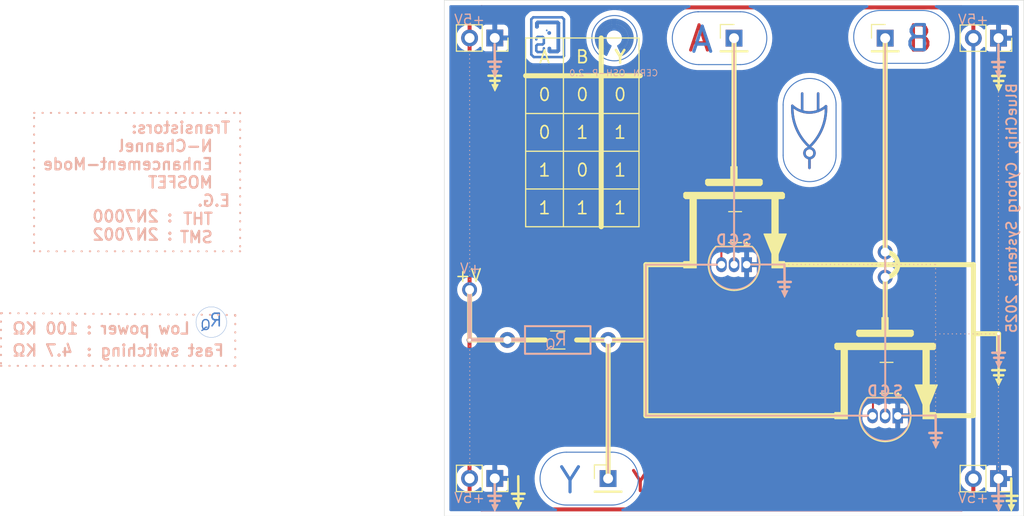
<source format=kicad_pcb>
(kicad_pcb (version 20241229) (generator "pcbnew") (generator_version "9.0")
  (layers (0 "F.Cu" signal) (2 "B.Cu" signal) (13 "F.Paste" user) (15 "B.Paste" user) (5 "F.SilkS" user "F.Silkscreen") (7 "B.SilkS" user "B.Silkscreen") (1 "F.Mask" user) (3 "B.Mask" user) (25 "Edge.Cuts" user))
  (net 0 "")
  (net 1 "Net-(A1-Pin_1)")
  (net 2 "Net-(B1-Pin_1)")
  (net 3 "GNDREF")
  (net 4 "VDD")
  (net 5 "Net-(Q13-D)")
  (footprint "Connector_PinHeader_2.54mm:PinHeader_1x01_P2.54mm_Vertical" (layer "F.Cu") (at 246.041202 103.6)
    (property "Reference" "B1" (hide yes))
    (property "Value" "Conn_01x01_Pin" (hide yes))
    (fp_line (start -1.38 -1.38) (end 0 -1.38) (stroke (width 0.12)) (layer "F.SilkS"))
    (fp_line (start -1.38 0) (end -1.38 -1.38) (stroke (width 0.12)) (layer "F.SilkS"))
    (fp_line (start -1.38 1.27) (end -1.38 1.38) (stroke (width 0.12)) (layer "F.SilkS"))
    (fp_line (start -1.38 1.27) (end 1.38 1.27) (stroke (width 0.12)) (layer "F.SilkS"))
    (fp_line (start -1.38 1.38) (end 1.38 1.38) (stroke (width 0.12)) (layer "F.SilkS"))
    (fp_line (start 1.38 1.27) (end 1.38 1.38) (stroke (width 0.12)) (layer "F.SilkS"))
    (pad "1" thru_hole rect (at 0 0) (size 1.7 1.7) (drill 1) (layers "*.Cu" "*.Mask") (net 2 "Net-(B1-Pin_1)"))
  )
  (footprint "Connector_PinHeader_2.54mm:PinHeader_1x01_P2.54mm_Vertical" (layer "F.Cu") (at 230.801202 103.6)
    (property "Reference" "A1" (hide yes))
    (property "Value" "Conn_01x01_Pin" (hide yes))
    (fp_line (start -1.38 -1.38) (end 0 -1.38) (stroke (width 0.12)) (layer "F.SilkS"))
    (fp_line (start -1.38 0) (end -1.38 -1.38) (stroke (width 0.12)) (layer "F.SilkS"))
    (fp_line (start -1.38 1.27) (end -1.38 1.38) (stroke (width 0.12)) (layer "F.SilkS"))
    (fp_line (start -1.38 1.27) (end 1.38 1.27) (stroke (width 0.12)) (layer "F.SilkS"))
    (fp_line (start -1.38 1.38) (end 1.38 1.38) (stroke (width 0.12)) (layer "F.SilkS"))
    (fp_line (start 1.38 1.27) (end 1.38 1.38) (stroke (width 0.12)) (layer "F.SilkS"))
    (pad "1" thru_hole rect (at 0 0) (size 1.7 1.7) (drill 1) (layers "*.Cu" "*.Mask") (net 1 "Net-(A1-Pin_1)"))
  )
  (footprint "Package_TO_SOT_THT:TO-92_Inline" (layer "F.Cu") (at 232.071202 126.46 180)
    (property "Reference" "Q3" (hide yes))
    (property "Value" "2N7000" (hide yes))
    (fp_line (start -0.53 1.85) (end 3.07 1.85) (stroke (width 0.12)) (layer "F.SilkS"))
    (fp_arc (start 1.27 -2.6) (mid 3.672087 -0.994977) (end 3.108478 1.838478) (stroke (width 0.12)) (layer "F.SilkS"))
    (fp_arc (start -0.568478 1.838478) (mid -1.132087 -0.994977) (end 1.27 -2.6) (stroke (width 0.12)) (layer "F.SilkS"))
    (pad "1" thru_hole rect (at 0 0 180) (size 1.05 1.5) (drill 0.75) (layers "*.Cu" "*.Mask") (net 3 "GNDREF"))
    (pad "2" thru_hole oval (at 1.27 0 180) (size 1.05 1.5) (drill 0.75) (layers "*.Cu" "*.Mask") (net 1 "Net-(A1-Pin_1)"))
    (pad "3" thru_hole oval (at 2.54 0 180) (size 1.05 1.5) (drill 0.75) (layers "*.Cu" "*.Mask") (net 5 "Net-(Q13-D)"))
  )
  (footprint "Connector_PinSocket_2.54mm:PinSocket_1x02_P2.54mm_Vertical" (layer "F.Cu") (at 206.67665 103.582027 -90)
    (property "Reference" "J1" (hide yes))
    (property "Value" "Conn_01x02_Pin" (hide yes))
    (fp_line (start -1.33 3.87) (end 1.33 3.87) (stroke (width 0.12)) (layer "F.SilkS"))
    (fp_line (start -1.33 1.270001) (end -1.33 3.87) (stroke (width 0.12)) (layer "F.SilkS"))
    (fp_line (start -1.33 1.270001) (end 1.33 1.270001) (stroke (width 0.12)) (layer "F.SilkS"))
    (fp_line (start 1.33 1.270001) (end 1.33 3.87) (stroke (width 0.12)) (layer "F.SilkS"))
    (fp_line (start 0 -1.33) (end 1.33 -1.33) (stroke (width 0.12)) (layer "F.SilkS"))
    (fp_line (start 1.33 -1.33) (end 1.33 0) (stroke (width 0.12)) (layer "F.SilkS"))
    (pad "1" thru_hole rect (at 0 0 270) (size 1.7 1.7) (drill 1) (layers "*.Cu" "*.Mask") (net 3 "GNDREF"))
    (pad "2" thru_hole circle (at 0 2.54 270) (size 1.7 1.7) (drill 1) (layers "*.Cu" "*.Mask") (net 4 "VDD"))
  )
  (footprint "Resistor_THT:R_Axial_DIN0207_L6.3mm_D2.5mm_P10.16mm_Horizontal" (layer "F.Cu") (at 207.94665 134.062027)
    (property "Reference" "R5" (hide yes))
    (property "Value" "R" (hide yes))
    (fp_line (start 1.04 0) (end 1.81 0) (stroke (width 0.12)) (layer "F.SilkS"))
    (fp_line (start 1.81 -1.37) (end 1.81 1.37) (stroke (width 0.12)) (layer "F.SilkS"))
    (fp_line (start 1.81 1.37) (end 8.35 1.37) (stroke (width 0.12)) (layer "F.SilkS"))
    (fp_line (start 8.35 -1.37) (end 1.81 -1.37) (stroke (width 0.12)) (layer "F.SilkS"))
    (fp_line (start 8.35 1.37) (end 8.35 -1.37) (stroke (width 0.12)) (layer "F.SilkS"))
    (fp_line (start 9.12 0) (end 8.35 0) (stroke (width 0.12)) (layer "F.SilkS"))
    (pad "1" thru_hole circle (at 0 0) (size 1.6 1.6) (drill 0.8) (layers "*.Cu" "*.Mask") (net 4 "VDD"))
    (pad "2" thru_hole oval (at 10.16 0) (size 1.6 1.6) (drill 0.8) (layers "*.Cu" "*.Mask") (net 5 "Net-(Q13-D)"))
  )
  (footprint "Package_TO_SOT_SMD:SOT-23" (layer "F.Cu") (at 246.177944 137.879681 180)
    (property "Reference" "Q14" (hide yes))
    (property "Value" "2N7000" (hide yes))
    (fp_line (start 0 1.56) (end 0.65 1.56) (stroke (width 0.12)) (layer "F.SilkS"))
    (fp_line (start 0 1.56) (end -0.65 1.56) (stroke (width 0.12)) (layer "F.SilkS"))
    (fp_line (start 0 -1.56) (end 0.65 -1.56) (stroke (width 0.12)) (layer "F.SilkS"))
    (fp_line (start 0 -1.56) (end -0.65 -1.56) (stroke (width 0.12)) (layer "F.SilkS"))
    (fp_poly (pts (xy -1.1625 -1.51) (xy -1.4025 -1.84) (xy -0.9225 -1.84)) (stroke (width 0.12)) (fill yes) (layer "F.SilkS"))
    (pad "1" smd roundrect (at -0.9375 -0.95 180) (size 1.475 0.6) (layers "F.Cu" "F.Mask" "F.Paste") (net 3 "GNDREF"))
    (pad "2" smd roundrect (at -0.9375 0.95 180) (size 1.475 0.6) (layers "F.Cu" "F.Mask" "F.Paste") (net 2 "Net-(B1-Pin_1)"))
    (pad "3" smd roundrect (at 0.9375 0 180) (size 1.475 0.6) (layers "F.Cu" "F.Mask" "F.Paste") (net 5 "Net-(Q13-D)"))
  )
  (footprint "Connector_PinSocket_2.54mm:PinSocket_1x02_P2.54mm_Vertical" (layer "F.Cu") (at 257.471202 148.05 -90)
    (property "Reference" "J3" (hide yes))
    (property "Value" "Conn_01x02_Pin" (hide yes))
    (fp_line (start -1.33 3.87) (end 1.33 3.87) (stroke (width 0.12)) (layer "F.SilkS"))
    (fp_line (start -1.33 1.270001) (end -1.33 3.87) (stroke (width 0.12)) (layer "F.SilkS"))
    (fp_line (start -1.33 1.270001) (end 1.33 1.270001) (stroke (width 0.12)) (layer "F.SilkS"))
    (fp_line (start 1.33 1.270001) (end 1.33 3.87) (stroke (width 0.12)) (layer "F.SilkS"))
    (fp_line (start 0 -1.33) (end 1.33 -1.33) (stroke (width 0.12)) (layer "F.SilkS"))
    (fp_line (start 1.33 -1.33) (end 1.33 0) (stroke (width 0.12)) (layer "F.SilkS"))
    (pad "1" thru_hole rect (at 0 0 270) (size 1.7 1.7) (drill 1) (layers "*.Cu" "*.Mask") (net 3 "GNDREF"))
    (pad "2" thru_hole circle (at 0 2.54 270) (size 1.7 1.7) (drill 1) (layers "*.Cu" "*.Mask") (net 4 "VDD"))
  )
  (footprint "Connector_PinSocket_2.54mm:PinSocket_1x02_P2.54mm_Vertical" (layer "F.Cu") (at 257.471202 103.6 -90)
    (property "Reference" "J4" (hide yes))
    (property "Value" "Conn_01x02_Pin" (hide yes))
    (fp_line (start -1.33 3.87) (end 1.33 3.87) (stroke (width 0.12)) (layer "F.SilkS"))
    (fp_line (start -1.33 1.270001) (end -1.33 3.87) (stroke (width 0.12)) (layer "F.SilkS"))
    (fp_line (start -1.33 1.270001) (end 1.33 1.270001) (stroke (width 0.12)) (layer "F.SilkS"))
    (fp_line (start 1.33 1.270001) (end 1.33 3.87) (stroke (width 0.12)) (layer "F.SilkS"))
    (fp_line (start 0 -1.33) (end 1.33 -1.33) (stroke (width 0.12)) (layer "F.SilkS"))
    (fp_line (start 1.33 -1.33) (end 1.33 0) (stroke (width 0.12)) (layer "F.SilkS"))
    (pad "1" thru_hole rect (at 0 0 270) (size 1.7 1.7) (drill 1) (layers "*.Cu" "*.Mask") (net 3 "GNDREF"))
    (pad "2" thru_hole circle (at 0 2.54 270) (size 1.7 1.7) (drill 1) (layers "*.Cu" "*.Mask") (net 4 "VDD"))
  )
  (footprint "Connector_PinHeader_2.54mm:PinHeader_1x01_P2.54mm_Vertical" (layer "F.Cu") (at 218.101202 148.05)
    (property "Reference" "Y1" (hide yes))
    (property "Value" "Conn_01x01_Pin" (hide yes))
    (fp_line (start -1.38 -1.38) (end 0 -1.38) (stroke (width 0.12)) (layer "F.SilkS"))
    (fp_line (start -1.38 0) (end -1.38 -1.38) (stroke (width 0.12)) (layer "F.SilkS"))
    (fp_line (start -1.38 1.27) (end -1.38 1.38) (stroke (width 0.12)) (layer "F.SilkS"))
    (fp_line (start -1.38 1.27) (end 1.38 1.27) (stroke (width 0.12)) (layer "F.SilkS"))
    (fp_line (start -1.38 1.38) (end 1.38 1.38) (stroke (width 0.12)) (layer "F.SilkS"))
    (fp_line (start 1.38 1.27) (end 1.38 1.38) (stroke (width 0.12)) (layer "F.SilkS"))
    (pad "1" thru_hole rect (at 0 0) (size 1.7 1.7) (drill 1) (layers "*.Cu" "*.Mask") (net 5 "Net-(Q13-D)"))
  )
  (footprint "Package_TO_SOT_THT:TO-92_Inline" (layer "F.Cu") (at 247.305754 141.717973 180)
    (property "Reference" "Q4" (hide yes))
    (property "Value" "2N7000" (hide yes))
    (fp_line (start -0.53 1.85) (end 3.07 1.85) (stroke (width 0.12)) (layer "F.SilkS"))
    (fp_arc (start 1.27 -2.6) (mid 3.672087 -0.994977) (end 3.108478 1.838478) (stroke (width 0.12)) (layer "F.SilkS"))
    (fp_arc (start -0.568478 1.838478) (mid -1.132087 -0.994977) (end 1.27 -2.6) (stroke (width 0.12)) (layer "F.SilkS"))
    (pad "1" thru_hole rect (at 0 0 180) (size 1.05 1.5) (drill 0.75) (layers "*.Cu" "*.Mask") (net 3 "GNDREF"))
    (pad "2" thru_hole oval (at 1.27 0 180) (size 1.05 1.5) (drill 0.75) (layers "*.Cu" "*.Mask") (net 2 "Net-(B1-Pin_1)"))
    (pad "3" thru_hole oval (at 2.54 0 180) (size 1.05 1.5) (drill 0.75) (layers "*.Cu" "*.Mask") (net 5 "Net-(Q13-D)"))
  )
  (footprint "Connector_PinSocket_2.54mm:PinSocket_1x02_P2.54mm_Vertical" (layer "F.Cu") (at 206.67665 148.032027 -90)
    (property "Reference" "J2" (hide yes))
    (property "Value" "Conn_01x02_Pin" (hide yes))
    (fp_line (start -1.33 3.87) (end 1.33 3.87) (stroke (width 0.12)) (layer "F.SilkS"))
    (fp_line (start -1.33 1.270001) (end -1.33 3.87) (stroke (width 0.12)) (layer "F.SilkS"))
    (fp_line (start -1.33 1.270001) (end 1.33 1.270001) (stroke (width 0.12)) (layer "F.SilkS"))
    (fp_line (start 1.33 1.270001) (end 1.33 3.87) (stroke (width 0.12)) (layer "F.SilkS"))
    (fp_line (start 0 -1.33) (end 1.33 -1.33) (stroke (width 0.12)) (layer "F.SilkS"))
    (fp_line (start 1.33 -1.33) (end 1.33 0) (stroke (width 0.12)) (layer "F.SilkS"))
    (pad "1" thru_hole rect (at 0 0 270) (size 1.7 1.7) (drill 1) (layers "*.Cu" "*.Mask") (net 3 "GNDREF"))
    (pad "2" thru_hole circle (at 0 2.54 270) (size 1.7 1.7) (drill 1) (layers "*.Cu" "*.Mask") (net 4 "VDD"))
  )
  (footprint "Resistor_SMD:R_1206_3216Metric" (layer "F.Cu") (at 213.02665 134.062027)
    (property "Reference" "R15" (hide yes))
    (property "Value" "R" (hide yes))
    (fp_line (start -0.727064 -0.91) (end 0.727064 -0.91) (stroke (width 0.12)) (layer "F.SilkS"))
    (fp_line (start -0.727064 0.91) (end 0.727064 0.91) (stroke (width 0.12)) (layer "F.SilkS"))
    (pad "1" smd roundrect (at -1.4625 0) (size 1.125 1.75) (layers "F.Cu" "F.Mask" "F.Paste") (roundrect_rratio 0.222222) (net 4 "VDD"))
    (pad "2" smd roundrect (at 1.4625 0) (size 1.125 1.75) (layers "F.Cu" "F.Mask" "F.Paste") (roundrect_rratio 0.222222) (net 5 "Net-(Q13-D)"))
  )
  (footprint "Package_TO_SOT_SMD:SOT-23" (layer "F.Cu") (at 230.90725 122.667973 180)
    (property "Reference" "Q13" (hide yes))
    (property "Value" "2N7000" (hide yes))
    (fp_line (start 0 1.56) (end 0.65 1.56) (stroke (width 0.12)) (layer "F.SilkS"))
    (fp_line (start 0 1.56) (end -0.65 1.56) (stroke (width 0.12)) (layer "F.SilkS"))
    (fp_line (start 0 -1.56) (end 0.65 -1.56) (stroke (width 0.12)) (layer "F.SilkS"))
    (fp_line (start 0 -1.56) (end -0.65 -1.56) (stroke (width 0.12)) (layer "F.SilkS"))
    (fp_poly (pts (xy -1.1625 -1.51) (xy -1.4025 -1.84) (xy -0.9225 -1.84)) (stroke (width 0.12)) (fill yes) (layer "F.SilkS"))
    (pad "1" smd roundrect (at -0.9375 -0.95 180) (size 1.475 0.6) (layers "F.Cu" "F.Mask" "F.Paste") (net 3 "GNDREF"))
    (pad "2" smd roundrect (at -0.9375 0.95 180) (size 1.475 0.6) (layers "F.Cu" "F.Mask" "F.Paste") (net 1 "Net-(A1-Pin_1)"))
    (pad "3" smd roundrect (at 0.9375 0 180) (size 1.475 0.6) (layers "F.Cu" "F.Mask" "F.Paste") (net 5 "Net-(Q13-D)"))
  )
  (gr_circle (center 238.406824 115.199168) (end 238.914824 115.199168) (stroke (width 0.254)) (fill no) (layer "F.Cu"))
  (gr_arc (start 240.066281 110.476) (mid 239.685658 112.70448) (end 238.406048 114.568227) (stroke (width 0.254)) (layer "F.Cu"))
  (gr_line (start 238.406824 115.718728) (end 238.406824 116.696768) (stroke (width 0.254)) (layer "F.Cu"))
  (gr_arc (start 238.406824 114.564168) (mid 237.082622 112.691868) (end 236.682252 110.433836) (stroke (width 0.254)) (layer "F.Cu"))
  (gr_line (start 236.681712 110.43343) (end 236.682252 110.433836) (stroke (width 0.254)) (layer "F.Cu"))
  (gr_line (start 240.066281 110.476) (end 240.064807 110.475798) (stroke (width 0.254)) (layer "F.Cu"))
  (gr_line (start 227.626202 146.401583) (end 236.900033 146.401583) (stroke (width 0.254)) (layer "F.Cu"))
  (gr_line (start 239.280295 110.941795) (end 239.280295 109.184574) (stroke (width 0.254)) (layer "F.Cu"))
  (gr_line (start 238.406824 114.564168) (end 238.406048 114.568227) (stroke (width 0.254)) (layer "F.Cu"))
  (gr_line (start 237.671146 110.941795) (end 237.671146 109.184574) (stroke (width 0.254)) (layer "F.Cu"))
  (gr_arc (start 240.064807 110.475798) (mid 238.365182 111.100172) (end 236.681712 110.43343) (stroke (width 0.254)) (layer "F.Cu"))
  (gr_arc (start 240.066281 110.476) (mid 239.685642 112.704468) (end 238.406048 114.568227) (stroke (width 0.254)) (layer "B.Cu"))
  (gr_arc (start 231.436202 100.933) (mid 234.103239 103.600042) (end 231.436202 106.267) (stroke (width 0.1)) (layer "B.Cu"))
  (gr_arc (start 217.982491 104.996971) (mid 218.70955 102.022439) (end 219.457881 104.991679) (stroke (width 0.127)) (layer "B.Cu"))
  (gr_arc (start 217.906291 105.073171) (mid 218.774977 101.918864) (end 219.428085 105.124752) (stroke (width 0.127)) (layer "B.Cu"))
  (gr_line (start 249.851202 100.806) (end 245.533202 100.806) (stroke (width 0.1)) (layer "B.Cu"))
  (gr_line (start 238.406824 114.564168) (end 238.406048 114.568227) (stroke (width 0.254)) (layer "B.Cu"))
  (gr_arc (start 218.029292 104.790409) (mid 218.740486 102.228527) (end 219.340144 104.818786) (stroke (width 0.127)) (layer "B.Cu"))
  (gr_line (start 235.754202 110.331) (end 235.754202 115.411) (stroke (width 0.1)) (layer "B.Cu"))
  (gr_arc (start 217.931691 105.327171) (mid 218.711979 101.701769) (end 219.519433 105.321214) (stroke (width 0.127)) (layer "B.Cu"))
  (gr_arc (start 238.406824 114.564168) (mid 237.082625 112.691868) (end 236.682252 110.433836) (stroke (width 0.254)) (layer "B.Cu"))
  (gr_line (start 218.353625 104.389384) (end 217.924804 105.2889) (stroke (width 0.2)) (layer "B.Cu"))
  (gr_arc (start 235.754202 110.331) (mid 238.421202 107.664) (end 241.088202 110.331) (stroke (width 0.1)) (layer "B.Cu"))
  (gr_line (start 237.671146 110.941795) (end 237.671146 109.184574) (stroke (width 0.254)) (layer "B.Cu"))
  (gr_arc (start 218.160291 104.590571) (mid 218.683123 102.465351) (end 219.321884 104.55869) (stroke (width 0.127)) (layer "B.Cu"))
  (gr_arc (start 249.851202 100.806) (mid 252.518239 103.473042) (end 249.851202 106.14) (stroke (width 0.1)) (layer "B.Cu"))
  (gr_circle (center 218.744491 103.599971) (end 216.458491 103.599971) (stroke (width 0.1)) (fill no) (layer "B.Cu"))
  (gr_line (start 218.482202 150.719504) (end 213.910202 150.719504) (stroke (width 0.1)) (layer "B.Cu"))
  (gr_line (start 238.406824 115.718728) (end 238.406824 116.696768) (stroke (width 0.254)) (layer "B.Cu"))
  (gr_arc (start 245.533202 106.14) (mid 242.866239 103.473042) (end 245.533202 100.806) (stroke (width 0.1)) (layer "B.Cu"))
  (gr_arc (start 218.236491 104.361971) (mid 218.703824 102.702571) (end 219.196888 104.354514) (stroke (width 0.127)) (layer "B.Cu"))
  (gr_line (start 227.245202 106.267) (end 231.436202 106.267) (stroke (width 0.1)) (layer "B.Cu"))
  (gr_arc (start 240.064807 110.475798) (mid 238.365175 111.100185) (end 236.681712 110.43343) (stroke (width 0.254)) (layer "B.Cu"))
  (gr_line (start 231.436202 100.933) (end 227.118202 100.933) (stroke (width 0.1)) (layer "B.Cu"))
  (gr_line (start 213.910202 145.385504) (end 218.482202 145.385504) (stroke (width 0.1)) (layer "B.Cu"))
  (gr_arc (start 218.084091 104.666771) (mid 218.616341 102.364754) (end 219.504804 104.554136) (stroke (width 0.127)) (layer "B.Cu"))
  (gr_line (start 219.109762 104.384659) (end 219.531891 105.276371) (stroke (width 0.2)) (layer "B.Cu"))
  (gr_arc (start 218.084091 104.710057) (mid 218.655378 102.265711) (end 219.326261 104.684651) (stroke (width 0.127)) (layer "B.Cu"))
  (gr_circle (center 211.914243 102.813742) (end 211.990443 102.813742) (stroke (width 0.0254)) (fill yes) (layer "B.Cu"))
  (gr_line (start 240.066281 110.476) (end 240.064807 110.475798) (stroke (width 0.254)) (layer "B.Cu"))
  (gr_line (start 241.088202 115.411) (end 241.088202 110.331) (stroke (width 0.1)) (layer "B.Cu"))
  (gr_line (start 239.280295 110.941795) (end 239.280295 109.184574) (stroke (width 0.254)) (layer "B.Cu"))
  (gr_line (start 245.533202 106.14) (end 249.851202 106.14) (stroke (width 0.1)) (layer "B.Cu"))
  (gr_arc (start 227.245202 106.267) (mid 224.578239 103.600042) (end 227.245202 100.933) (stroke (width 0.1)) (layer "B.Cu"))
  (gr_line (start 236.681712 110.43343) (end 236.682252 110.433836) (stroke (width 0.254)) (layer "B.Cu"))
  (gr_circle (center 178.096202 132.259025) (end 176.584658 132.578968) (stroke (width 0.0254)) (fill no) (layer "B.Cu"))
  (gr_arc (start 218.236491 104.55405) (mid 218.727479 102.533151) (end 219.168401 104.565596) (stroke (width 0.127)) (layer "B.Cu"))
  (gr_arc (start 218.033291 104.920771) (mid 218.71665 102.112281) (end 219.404356 104.919747) (stroke (width 0.127)) (layer "B.Cu"))
  (gr_arc (start 218.482202 145.385504) (mid 221.149186 148.052504) (end 218.482202 150.719504) (stroke (width 0.1)) (layer "B.Cu"))
  (gr_circle (center 238.406824 115.199168) (end 238.914824 115.199168) (stroke (width 0.254)) (fill no) (layer "B.Cu"))
  (gr_arc (start 218.236491 104.485393) (mid 218.690332 102.595086) (end 219.227091 104.46357) (stroke (width 0.127)) (layer "B.Cu"))
  (gr_arc (start 218.367185 104.362415) (mid 218.681156 102.761033) (end 219.138397 104.327531) (stroke (width 0.127)) (layer "B.Cu"))
  (gr_arc (start 241.088202 115.411) (mid 238.421202 118.078) (end 235.754202 115.411) (stroke (width 0.1)) (layer "B.Cu"))
  (gr_arc (start 217.880891 105.174771) (mid 218.752849 101.819926) (end 219.468444 105.211535) (stroke (width 0.127)) (layer "B.Cu"))
  (gr_circle (center 212.166493 103.075429) (end 212.166493 102.948429) (stroke (width 0.127)) (fill yes) (layer "B.Cu"))
  (gr_arc (start 213.910202 150.719504) (mid 211.243186 148.052504) (end 213.910202 145.385504) (stroke (width 0.1)) (layer "B.Cu"))
  (gr_line (start 221.911202 141.7) (end 221.911202 126.454257) (stroke (width 0.508)) (layer "F.SilkS"))
  (gr_line (start 246.035755 125.19) (end 246.041202 103.6) (stroke (width 0.508)) (layer "F.SilkS"))
  (gr_line (start 258.11165 149.794517) (end 259.38165 149.794517) (stroke (width 0.254)) (layer "F.SilkS"))
  (gr_line (start 257.190949 108.299) (end 257.79666 108.299) (stroke (width 0.1)) (layer "F.SilkS"))
  (gr_line (start 221.911202 126.46) (end 225.726945 126.46) (stroke (width 0.508)) (layer "F.SilkS"))
  (gr_line (start 209.062756 150.882994) (end 209.043801 147.819484) (stroke (width 0.254)) (layer "F.SilkS"))
  (gr_line (start 254.93665 126.46) (end 235.248217 126.46) (stroke (width 0.508)) (layer "F.SilkS"))
  (gr_line (start 257.490157 138.41351) (end 257.471202 135.35) (stroke (width 0.254)) (layer "F.SilkS"))
  (gr_line (start 258.758306 151.318517) (end 258.466397 150.683517) (stroke (width 0.1)) (layer "F.SilkS"))
  (gr_line (start 206.221924 107.900027) (end 207.15327 107.900027) (stroke (width 0.254)) (layer "F.SilkS"))
  (gr_line (start 209.369259 150.470974) (end 209.055457 151.105974) (stroke (width 0.1)) (layer "F.SilkS"))
  (gr_line (start 256.836202 137.11249) (end 258.106202 137.11249) (stroke (width 0.254)) (layer "F.SilkS"))
  (gr_poly (pts (xy 228.090358 118.475195) (xy 227.931608 118.316445) (xy 227.931608 117.959257) (xy 228.05067 117.840195) (xy 230.471608 117.840195) (xy 230.471608 116.570195) (xy 231.106608 116.570195) (xy 231.106608 117.840195) (xy 233.527546 117.840195) (xy 233.646608 117.959257) (xy 233.646608 118.316445) (xy 233.487858 118.475195)) (stroke (width 0.1)) (fill yes) (layer "F.SilkS"))
  (gr_line (start 258.466397 150.683517) (end 259.072108 150.683517) (stroke (width 0.1)) (layer "F.SilkS"))
  (gr_poly (pts (xy 240.961202 142.013433) (xy 240.961202 141.378433) (xy 241.596202 141.378433) (xy 241.596202 135.028433) (xy 241.119952 135.028433) (xy 240.961202 134.869683) (xy 240.961202 134.512495) (xy 241.080264 134.393433) (xy 250.962452 134.393433) (xy 251.121202 134.552183) (xy 251.121202 134.909371) (xy 251.00214 135.028433) (xy 250.486202 135.028433) (xy 250.486202 141.378433) (xy 251.121202 141.378433) (xy 251.121202 142.013433) (xy 249.851202 142.013433) (xy 249.851202 135.028433) (xy 242.231202 135.028433) (xy 242.231202 142.013433)) (stroke (width 0.1)) (fill yes) (layer "F.SilkS"))
  (gr_line (start 257.308455 108.400053) (end 257.655503 108.400053) (stroke (width 0.2032)) (layer "F.SilkS"))
  (gr_line (start 258.649853 150.892683) (end 258.87365 150.889439) (stroke (width 0.1)) (layer "F.SilkS"))
  (gr_line (start 206.513903 108.38208) (end 206.860951 108.38208) (stroke (width 0.2032)) (layer "F.SilkS"))
  (gr_line (start 218.10665 148.05) (end 218.10665 134.173379) (stroke (width 0.508)) (layer "F.SilkS"))
  (gr_arc (start 246.041202 125.19) (mid 247.311202 126.46) (end 246.041202 127.73) (stroke (width 0.508)) (layer "F.SilkS"))
  (gr_line (start 258.765605 151.095537) (end 258.74665 148.032027) (stroke (width 0.254)) (layer "F.SilkS"))
  (gr_line (start 257.490157 108.71102) (end 257.471202 105.64751) (stroke (width 0.254)) (layer "F.SilkS"))
  (gr_line (start 254.933926 141.7) (end 250.804414 141.7) (stroke (width 0.508)) (layer "F.SilkS"))
  (gr_poly (pts (xy 236.070105 123.361871) (xy 234.942802 126.148169) (xy 233.817648 123.361773)) (stroke (width 0.1)) (fill yes) (layer "F.SilkS"))
  (gr_line (start 208.881054 150.572027) (end 209.228102 150.572027) (stroke (width 0.2032)) (layer "F.SilkS"))
  (gr_line (start 254.933926 141.682027) (end 254.939373 126.442027) (stroke (width 0.508)) (layer "F.SilkS"))
  (gr_line (start 257.016476 107.918) (end 257.947822 107.918) (stroke (width 0.254)) (layer "F.SilkS"))
  (gr_line (start 208.763548 150.470974) (end 209.369259 150.470974) (stroke (width 0.1)) (layer "F.SilkS"))
  (gr_line (start 230.795755 116.952973) (end 230.801202 103.6) (stroke (width 0.508)) (layer "F.SilkS"))
  (gr_line (start 257.308455 138.102543) (end 257.655503 138.102543) (stroke (width 0.2032)) (layer "F.SilkS"))
  (gr_line (start 209.055457 151.105974) (end 208.763548 150.470974) (stroke (width 0.1)) (layer "F.SilkS"))
  (gr_line (start 211.75665 134.062027) (end 204.13665 134.062027) (stroke (width 0.508)) (layer "F.SilkS"))
  (gr_line (start 257.482858 138.63649) (end 257.190949 138.00149) (stroke (width 0.1)) (layer "F.SilkS"))
  (gr_poly (pts (xy 225.726945 126.783169) (xy 225.726945 126.148169) (xy 226.361945 126.148169) (xy 226.361945 119.798169) (xy 225.885695 119.798169) (xy 225.726945 119.639419) (xy 225.726945 119.282231) (xy 225.846007 119.163169) (xy 235.728195 119.163169) (xy 235.886945 119.321919) (xy 235.886945 119.679107) (xy 235.767883 119.798169) (xy 235.251945 119.798169) (xy 235.251945 126.148169) (xy 235.886945 126.148169) (xy 235.886945 126.783169) (xy 234.616945 126.783169) (xy 234.616945 119.798169) (xy 226.996945 119.798169) (xy 226.996945 126.783169)) (stroke (width 0.1)) (fill yes) (layer "F.SilkS"))
  (gr_line (start 257.79666 108.299) (end 257.482858 108.934) (stroke (width 0.1)) (layer "F.SilkS"))
  (gr_line (start 257.374405 108.508166) (end 257.598202 108.504922) (stroke (width 0.1)) (layer "F.SilkS"))
  (gr_line (start 206.579853 108.490193) (end 206.80365 108.486949) (stroke (width 0.1)) (layer "F.SilkS"))
  (gr_line (start 257.482858 108.934) (end 257.190949 108.299) (stroke (width 0.1)) (layer "F.SilkS"))
  (gr_line (start 257.016476 137.62049) (end 257.947822 137.62049) (stroke (width 0.254)) (layer "F.SilkS"))
  (gr_line (start 258.291924 150.302517) (end 259.22327 150.302517) (stroke (width 0.254)) (layer "F.SilkS"))
  (gr_line (start 217.40815 103.582027) (end 217.40815 122.632027) (stroke (width 0.508)) (layer "F.SilkS"))
  (gr_line (start 257.190949 138.00149) (end 257.79666 138.00149) (stroke (width 0.1)) (layer "F.SilkS"))
  (gr_line (start 259.072108 150.683517) (end 258.758306 151.318517) (stroke (width 0.1)) (layer "F.SilkS"))
  (gr_line (start 206.688306 108.916027) (end 206.396397 108.281027) (stroke (width 0.1)) (layer "F.SilkS"))
  (gr_line (start 208.589075 150.089974) (end 209.520421 150.089974) (stroke (width 0.254)) (layer "F.SilkS"))
  (gr_poly (pts (xy 243.324615 133.705459) (xy 243.165865 133.546709) (xy 243.165865 133.189521) (xy 243.284927 133.070459) (xy 245.705865 133.070459) (xy 245.705865 131.800459) (xy 246.340865 131.800459) (xy 246.340865 133.070459) (xy 248.761803 133.070459) (xy 248.880865 133.189521) (xy 248.880865 133.546709) (xy 248.722115 133.705459)) (stroke (width 0.1)) (fill yes) (layer "F.SilkS"))
  (gr_line (start 254.93665 133.427027) (end 257.47665 133.427027) (stroke (width 0.508)) (layer "F.SilkS"))
  (gr_line (start 257.471202 135.35) (end 257.471202 133.445) (stroke (width 0.508)) (layer "F.SilkS"))
  (gr_line (start 208.408801 149.581974) (end 209.678801 149.581974) (stroke (width 0.254)) (layer "F.SilkS"))
  (gr_line (start 209.78815 107.392027) (end 221.34515 107.392027) (stroke (width 0.508)) (layer "F.SilkS"))
  (gr_line (start 257.374405 138.210656) (end 257.598202 138.207412) (stroke (width 0.1)) (layer "F.SilkS"))
  (gr_line (start 246.038478 132.81) (end 246.043925 127.73) (stroke (width 0.508)) (layer "F.SilkS"))
  (gr_line (start 206.04165 107.392027) (end 207.31165 107.392027) (stroke (width 0.254)) (layer "F.SilkS"))
  (gr_line (start 256.836202 107.41) (end 258.106202 107.41) (stroke (width 0.254)) (layer "F.SilkS"))
  (gr_line (start 257.79666 138.00149) (end 257.482858 138.63649) (stroke (width 0.1)) (layer "F.SilkS"))
  (gr_line (start 240.961202 141.7) (end 221.911202 141.7) (stroke (width 0.508)) (layer "F.SilkS"))
  (gr_line (start 208.947004 150.68014) (end 209.170801 150.676896) (stroke (width 0.1)) (layer "F.SilkS"))
  (gr_line (start 207.002108 108.281027) (end 206.688306 108.916027) (stroke (width 0.1)) (layer "F.SilkS"))
  (gr_line (start 206.695605 108.693047) (end 206.67665 105.629537) (stroke (width 0.254)) (layer "F.SilkS"))
  (gr_line (start 204.13665 134.062027) (end 204.139373 128.982027) (stroke (width 0.508)) (layer "F.SilkS"))
  (gr_poly (pts (xy 251.304362 138.592135) (xy 250.177059 141.378433) (xy 249.051905 138.592037)) (stroke (width 0.1)) (fill yes) (layer "F.SilkS"))
  (gr_line (start 258.583903 150.78457) (end 258.930951 150.78457) (stroke (width 0.2032)) (layer "F.SilkS"))
  (gr_line (start 206.396397 108.281027) (end 207.002108 108.281027) (stroke (width 0.1)) (layer "F.SilkS"))
  (gr_line (start 221.911202 134.077129) (end 214.93165 134.062027) (stroke (width 0.508)) (layer "F.SilkS"))
  (gr_line (start 206.568197 107.077683) (end 206.791994 107.074439) (stroke (width 0.1)) (layer "B.SilkS"))
  (gr_line (start 257.471202 107.537) (end 257.179293 106.902) (stroke (width 0.1)) (layer "B.SilkS"))
  (gr_line (start 206.67665 107.503517) (end 206.384741 106.868517) (stroke (width 0.1)) (layer "B.SilkS"))
  (gr_line (start 246.04665 141.682027) (end 246.041498 103.6) (stroke (width 0.2)) (layer "B.SilkS"))
  (gr_line (start 235.789853 129.302683) (end 236.01365 129.299439) (stroke (width 0.1)) (layer "B.SilkS"))
  (gr_line (start 235.606397 129.093517) (end 236.212108 129.093517) (stroke (width 0.1)) (layer "B.SilkS"))
  (gr_arc (start 247.819203 139.922) (mid 246.041203 144.214472) (end 244.263203 139.922) (stroke (width 0.1)) (layer "B.SilkS"))
  (gr_line (start 250.671924 143.952517) (end 251.60327 143.952517) (stroke (width 0.254)) (layer "B.SilkS"))
  (gr_line (start 257.480679 151.11351) (end 257.461724 148.05) (stroke (width 0.254)) (layer "B.SilkS"))
  (gr_line (start 244.263203 139.922) (end 247.819202 139.922) (stroke (width 0.1)) (layer "B.SilkS"))
  (gr_line (start 206.032172 149.794517) (end 207.302172 149.794517) (stroke (width 0.254)) (layer "B.SilkS"))
  (gr_line (start 206.029994 105.979517) (end 207.299994 105.979517) (stroke (width 0.254)) (layer "B.SilkS"))
  (gr_poly (pts (xy 156.886907 131.348991) (xy 156.886907 136.672581) (xy 180.508907 136.672581) (xy 180.508907 131.542614)) (stroke (width 0.2) (type dot)) (fill no) (layer "B.SilkS"))
  (gr_line (start 257.00482 106.521) (end 257.936166 106.521) (stroke (width 0.254)) (layer "B.SilkS"))
  (gr_line (start 221.911202 134.08) (end 221.911202 126.46) (stroke (width 0.2)) (layer "B.SilkS"))
  (gr_line (start 257.296799 107.003053) (end 257.643847 107.003053) (stroke (width 0.2032)) (layer "B.SilkS"))
  (gr_line (start 206.990452 106.868517) (end 206.67665 107.503517) (stroke (width 0.1)) (layer "B.SilkS"))
  (gr_line (start 236.212108 129.093517) (end 235.898306 129.728517) (stroke (width 0.1)) (layer "B.SilkS"))
  (gr_line (start 257.181471 150.70149) (end 257.787182 150.70149) (stroke (width 0.1)) (layer "B.SilkS"))
  (gr_line (start 257.379853 136.448166) (end 257.60365 136.444922) (stroke (width 0.1)) (layer "B.SilkS"))
  (gr_line (start 206.386919 150.683517) (end 206.99263 150.683517) (stroke (width 0.1)) (layer "B.SilkS"))
  (gr_line (start 257.787182 150.70149) (end 257.47338 151.33649) (stroke (width 0.1)) (layer "B.SilkS"))
  (gr_line (start 209.72465 134.062027) (end 204.13665 134.062027) (stroke (width 0.2)) (layer "B.SilkS"))
  (gr_line (start 229.02865 124.664027) (end 232.584649 124.664027) (stroke (width 0.1)) (layer "B.SilkS"))
  (gr_line (start 235.905605 129.505537) (end 235.88665 126.442027) (stroke (width 0.254)) (layer "B.SilkS"))
  (gr_arc (start 232.584651 124.664027) (mid 230.806651 128.956499) (end 229.028651 124.664027) (stroke (width 0.1)) (layer "B.SilkS"))
  (gr_line (start 250.846397 144.333517) (end 251.452108 144.333517) (stroke (width 0.1)) (layer "B.SilkS"))
  (gr_line (start 221.911202 134.08) (end 219.371202 134.08) (stroke (width 0.2)) (layer "B.SilkS"))
  (gr_line (start 256.826724 149.81249) (end 258.096724 149.81249) (stroke (width 0.254)) (layer "B.SilkS"))
  (gr_line (start 251.145605 144.745537) (end 251.12665 141.682027) (stroke (width 0.254)) (layer "B.SilkS"))
  (gr_line (start 251.12665 126.442027) (end 251.12665 141.682027) (stroke (width 0.1) (type dot)) (layer "B.SilkS"))
  (gr_line (start 251.029853 144.542683) (end 251.25365 144.539439) (stroke (width 0.1)) (layer "B.SilkS"))
  (gr_line (start 257.313903 136.340053) (end 257.660951 136.340053) (stroke (width 0.2032)) (layer "B.SilkS"))
  (gr_line (start 206.504425 150.78457) (end 206.851473 150.78457) (stroke (width 0.2032)) (layer "B.SilkS"))
  (gr_line (start 257.364927 150.910656) (end 257.588724 150.907412) (stroke (width 0.1)) (layer "B.SilkS"))
  (gr_line (start 221.911202 141.7) (end 221.911202 134.08) (stroke (width 0.2)) (layer "B.SilkS"))
  (gr_line (start 206.212446 150.302517) (end 207.143792 150.302517) (stroke (width 0.254)) (layer "B.SilkS"))
  (gr_line (start 235.723903 129.19457) (end 236.070951 129.19457) (stroke (width 0.2032)) (layer "B.SilkS"))
  (gr_line (start 235.898306 129.728517) (end 235.606397 129.093517) (stroke (width 0.1)) (layer "B.SilkS"))
  (gr_line (start 206.210268 106.487517) (end 207.141614 106.487517) (stroke (width 0.254)) (layer "B.SilkS"))
  (gr_line (start 251.121202 133.445) (end 257.471202 133.445) (stroke (width 0.1) (type dot)) (layer "B.SilkS"))
  (gr_line (start 257.179293 106.902) (end 257.785004 106.902) (stroke (width 0.1)) (layer "B.SilkS"))
  (gr_line (start 257.459546 103.582027) (end 257.461724 148.05) (stroke (width 0.1) (type dot)) (layer "B.SilkS"))
  (gr_line (start 204.13665 103.582027) (end 204.153754 148.05) (stroke (width 0.1) (type dot)) (layer "B.SilkS"))
  (gr_line (start 251.452108 144.333517) (end 251.138306 144.968517) (stroke (width 0.1)) (layer "B.SilkS"))
  (gr_line (start 257.802108 136.239) (end 257.488306 136.874) (stroke (width 0.1)) (layer "B.SilkS"))
  (gr_line (start 235.431924 128.712517) (end 236.36327 128.712517) (stroke (width 0.254)) (layer "B.SilkS"))
  (gr_line (start 256.84165 135.35) (end 258.11165 135.35) (stroke (width 0.254)) (layer "B.SilkS"))
  (gr_line (start 206.570375 150.892683) (end 206.794172 150.889439) (stroke (width 0.1)) (layer "B.SilkS"))
  (gr_arc (start 232.58465 124.664027) (mid 230.80665 128.956499) (end 229.02865 124.664027) (stroke (width 0.1)) (layer "B.SilkS"))
  (gr_line (start 204.13665 134.062027) (end 204.13665 128.982027) (stroke (width 0.4)) (layer "B.SilkS"))
  (gr_line (start 235.25165 128.204517) (end 236.52165 128.204517) (stroke (width 0.254)) (layer "B.SilkS"))
  (gr_rect (start 209.72465 132.665027) (end 216.32865 135.459027) (stroke (width 0.2)) (fill no) (layer "B.SilkS"))
  (gr_line (start 209.623597 134.042027) (end 204.11665 134.042027) (stroke (width 0.4)) (layer "B.SilkS"))
  (gr_line (start 257.006998 150.32049) (end 257.938344 150.32049) (stroke (width 0.254)) (layer "B.SilkS"))
  (gr_line (start 257.298977 150.802543) (end 257.646025 150.802543) (stroke (width 0.2032)) (layer "B.SilkS"))
  (gr_line (start 206.686127 151.095537) (end 206.667172 148.032027) (stroke (width 0.254)) (layer "B.SilkS"))
  (gr_line (start 230.80665 103.582027) (end 230.80665 126.442027) (stroke (width 0.2)) (layer "B.SilkS"))
  (gr_line (start 251.138306 144.968517) (end 250.846397 144.333517) (stroke (width 0.1)) (layer "B.SilkS"))
  (gr_line (start 206.678828 151.318517) (end 206.386919 150.683517) (stroke (width 0.1)) (layer "B.SilkS"))
  (gr_arc (start 247.819203 139.922) (mid 246.041203 144.214472) (end 244.263203 139.922) (stroke (width 0.1)) (layer "B.SilkS"))
  (gr_line (start 257.488306 136.874) (end 257.196397 136.239) (stroke (width 0.1)) (layer "B.SilkS"))
  (gr_line (start 257.362749 107.111166) (end 257.586546 107.107922) (stroke (width 0.1)) (layer "B.SilkS"))
  (gr_line (start 232.071202 126.442027) (end 235.88665 126.446524) (stroke (width 0.2)) (layer "B.SilkS"))
  (gr_line (start 250.49165 143.444517) (end 251.76165 143.444517) (stroke (width 0.254)) (layer "B.SilkS"))
  (gr_line (start 244.771202 141.7) (end 221.911202 141.7) (stroke (width 0.2)) (layer "B.SilkS"))
  (gr_rect (start 160.225676 111.14151) (end 181.002687 125.11151) (stroke (width 0.2) (type dot)) (fill no) (layer "B.SilkS"))
  (gr_line (start 256.824546 106.013) (end 258.094546 106.013) (stroke (width 0.254)) (layer "B.SilkS"))
  (gr_line (start 257.47338 151.33649) (end 257.181471 150.70149) (stroke (width 0.1)) (layer "B.SilkS"))
  (gr_line (start 229.028651 124.664027) (end 232.58465 124.664027) (stroke (width 0.1)) (layer "B.SilkS"))
  (gr_line (start 257.495605 136.65102) (end 257.47665 133.58751) (stroke (width 0.254)) (layer "B.SilkS"))
  (gr_line (start 206.384741 106.868517) (end 206.990452 106.868517) (stroke (width 0.1)) (layer "B.SilkS"))
  (gr_line (start 257.785004 106.902) (end 257.471202 107.537) (stroke (width 0.1)) (layer "B.SilkS"))
  (gr_line (start 221.911202 126.46) (end 229.531202 126.46) (stroke (width 0.2)) (layer "B.SilkS"))
  (gr_line (start 244.263203 139.922) (end 247.819202 139.922) (stroke (width 0.1)) (layer "B.SilkS"))
  (gr_line (start 218.10665 148.05) (end 218.10665 134.062027) (stroke (width 0.2)) (layer "B.SilkS"))
  (gr_line (start 216.32865 134.062027) (end 221.91665 134.062027) (stroke (width 0.2)) (layer "B.SilkS"))
  (gr_line (start 216.32865 134.062027) (end 221.91665 134.062027) (stroke (width 0.2)) (layer "B.SilkS"))
  (gr_line (start 257.478501 107.31402) (end 257.459546 104.25051) (stroke (width 0.254)) (layer "B.SilkS"))
  (gr_line (start 206.502247 106.96957) (end 206.849295 106.96957) (stroke (width 0.2032)) (layer "B.SilkS"))
  (gr_line (start 206.99263 150.683517) (end 206.678828 151.318517) (stroke (width 0.1)) (layer "B.SilkS"))
  (gr_line (start 250.963903 144.43457) (end 251.310951 144.43457) (stroke (width 0.2032)) (layer "B.SilkS"))
  (gr_line (start 251.12665 141.682027) (end 247.311202 141.7) (stroke (width 0.2)) (layer "B.SilkS"))
  (gr_line (start 206.683949 107.280537) (end 206.664994 104.217027) (stroke (width 0.254)) (layer "B.SilkS"))
  (gr_line (start 257.021924 135.858) (end 257.95327 135.858) (stroke (width 0.254)) (layer "B.SilkS"))
  (gr_line (start 257.196397 136.239) (end 257.802108 136.239) (stroke (width 0.1)) (layer "B.SilkS"))
  (gr_line (start 235.88665 126.442027) (end 251.12665 126.442027) (stroke (width 0.1) (type dot)) (layer "B.SilkS"))
  (gr_rect (start 201.59665 99.772027) (end 260.01665 151.842027) (stroke (width 0.05)) (fill no) (layer "Edge.Cuts"))
  (gr_text "A" (at 225.975202 105.124 0) (layer "F.Cu") (effects (font (size 2.54 2.54) (thickness 0.3175)) (justify left bottom)))
  (gr_text "Y = A | B" (at 220.266844 149.529108 0) (layer "F.Cu") (effects (font (size 2.032 2.032) (thickness 0.3175)) (justify left bottom)))
  (gr_text "B" (at 248.073202 105.124 0) (layer "F.Cu") (effects (font (size 2.54 2.54) (thickness 0.3175)) (justify left bottom)))
  (gr_text "NOR" (at 234.856142 104.915994 0) (layer "F.Cu") (effects (font (size 2.032 2.032) (thickness 0.3175)) (justify left bottom)))
  (gr_text "A" (at 228.896202 105.251 0) (layer "B.Cu") (effects (font (size 2.54 2.54) (thickness 0.3175)) (justify left bottom mirror)))
  (gr_text "B" (at 250.80359 105.089724 0) (layer "B.Cu") (effects (font (size 2.54 2.54) (thickness 0.3175)) (justify left bottom mirror)))
  (gr_text "R" (at 179.299909 132.794487 0) (layer "B.Cu") (effects (font (size 1.27 1.27) (thickness 0.15875)) (justify left bottom mirror)))
  (gr_text "Y" (at 215.561202 149.716634 0) (layer "B.Cu") (effects (font (size 2.54 2.54) (thickness 0.3175)) (justify left bottom mirror)))
  (gr_text "Q" (at 178.128015 133.136358 0) (layer "B.Cu") (effects (font (size 1 1) (thickness 0.127) (bold yes)) (justify left bottom mirror)))
  (gr_text "+V" (at 202.560224 128.300717 0) (layer "F.SilkS") (effects (font (size 1.27 1.27) (thickness 0.15875)) (justify left bottom)))
  (gr_text "R" (at 214.071544 134.736156 0) (layer "B.SilkS") (effects (font (size 1.27 1.27) (thickness 0.15875)) (justify left bottom mirror)))
  (gr_text "S" (at 247.946202 139.795 0) (layer "B.SilkS") (effects (font (size 1.016 1.016) (thickness 0.2032) (bold yes)) (justify left bottom mirror)))
  (gr_text ": 2N7000\n: 2N7002" (at 174.335187 124.09551 0) (layer "B.SilkS") (effects (font (size 1.143 1.143) (thickness 0.2286) (bold yes)) (justify left bottom mirror)))
  (gr_text "D" (at 230.166202 124.555 0) (layer "B.SilkS") (effects (font (size 1.016 1.016) (thickness 0.2032) (bold yes)) (justify left bottom mirror)))
  (gr_text "BlueChip, Cyborg Systems, 2025" (at 259.38165 108.027027 90) (layer "B.SilkS") (effects (font (size 1.016 1.016) (thickness 0.1778) (bold yes)) (justify left bottom mirror)))
  (gr_text "4.7 KΩ" (at 164.24949 135.793991 0) (layer "B.SilkS") (effects (font (size 1.143 1.143) (thickness 0.2286) (bold yes)) (justify left bottom mirror)))
  (gr_text "CERN-OSH-P-2.0" (at 218.660002 107.4862 0) (layer "B.SilkS") (effects (font (size 0.635 0.635) (thickness 0.079375)) (justify bottom mirror)))
  (gr_text "S" (at 232.706202 124.555 0) (layer "B.SilkS") (effects (font (size 1.016 1.016) (thickness 0.2032) (bold yes)) (justify left bottom mirror)))
  (gr_text "Transistors:\n  N-Channel\n  Enhancement-Mode\n  MOSFET\nE.G.\n  THT\n  SMT" (at 180.113687 124.34951 0) (layer "B.SilkS") (effects (font (size 1.143 1.143) (thickness 0.2286) (bold yes)) (justify left bottom mirror)))
  (gr_text "G" (at 231.436202 124.555 0) (layer "B.SilkS") (effects (font (size 1.016 1.016) (thickness 0.2032) (bold yes)) (justify left bottom mirror)))
  (gr_text "+5V" (at 204.131202 150.59 0) (layer "B.SilkS") (effects (font (size 1.016 1.016) (thickness 0.127)) (justify bottom mirror)))
  (gr_text "G" (at 246.676202 139.795 0) (layer "B.SilkS") (effects (font (size 1.016 1.016) (thickness 0.2032) (bold yes)) (justify left bottom mirror)))
  (gr_text "D" (at 245.406202 139.795 0) (layer "B.SilkS") (effects (font (size 1.016 1.016) (thickness 0.2032) (bold yes)) (justify left bottom mirror)))
  (gr_text "Low power : 100 KΩ" (at 176.059688 133.568396 0) (layer "B.SilkS") (effects (font (size 1.143 1.143) (thickness 0.2286) (bold yes)) (justify left bottom mirror)))
  (gr_text "Q" (at 212.89965 135.078027 0) (layer "B.SilkS") (effects (font (size 1 1) (thickness 0.127) (bold yes)) (justify left bottom mirror)))
  (gr_text "+5V" (at 254.931202 102.33 0) (layer "B.SilkS") (effects (font (size 1.016 1.016) (thickness 0.127)) (justify bottom mirror)))
  (gr_text "+5V" (at 254.931202 150.59 0) (layer "B.SilkS") (effects (font (size 1.016 1.016) (thickness 0.127)) (justify bottom mirror)))
  (gr_text "Fast switching :" (at 179.48949 135.803796 0) (layer "B.SilkS") (effects (font (size 1.143 1.143) (thickness 0.2286) (bold yes)) (justify left bottom mirror)))
  (gr_text "+V" (at 205.385033 127.438879 0) (layer "B.SilkS") (effects (font (size 1.016 1.016) (thickness 0.127)) (justify left bottom mirror)))
  (gr_text "+5V" (at 204.131202 102.33 0) (layer "B.SilkS") (effects (font (size 1.016 1.016) (thickness 0.127)) (justify bottom mirror)))
  (table (column_count 3) (layer "F.SilkS") (border (external yes) (header yes) (stroke (width 0.127))) (separators (rows yes) (cols yes) (stroke (width 0.127))) (column_widths 3.81 3.81 3.81) (row_heights 3.81 3.81 3.81 3.81 3.81) (cells (table_cell "A" (start 209.78815 103.582027) (end 213.59815 107.392027) (margins 1.016 1.016 1.016 1.016) (span 1 1) (layer "F.SilkS") (effects (font (size 1.27 1.27) (thickness 0.1778) (bold yes)))) (table_cell "B" (start 213.59815 103.582027) (end 217.40815 107.392027) (margins 1.016 1.016 1.016 1.016) (span 1 1) (layer "F.SilkS") (effects (font (size 1.27 1.27) (thickness 0.1778) (bold yes)))) (table_cell "Y" (start 217.40815 103.582027) (end 221.21815 107.392027) (margins 1.016 1.016 1.016 1.016) (span 1 1) (layer "F.SilkS") (effects (font (size 1.27 1.27) (bold yes)))) (table_cell "0" (start 209.78815 107.392027) (end 213.59815 111.202027) (margins 1.016 1.016 1.016 1.016) (span 1 1) (layer "F.SilkS") (effects (font (size 1.27 1.27)))) (table_cell "0" (start 213.59815 107.392027) (end 217.40815 111.202027) (margins 1.016 1.016 1.016 1.016) (span 1 1) (layer "F.SilkS") (effects (font (size 1.27 1.27)))) (table_cell "0" (start 217.40815 107.392027) (end 221.21815 111.202027) (margins 1.016 1.016 1.016 1.016) (span 1 1) (layer "F.SilkS") (effects (font (size 1.27 1.27)))) (table_cell "0" (start 209.78815 111.202027) (end 213.59815 115.012027) (margins 1.016 1.016 1.016 1.016) (span 1 1) (layer "F.SilkS") (effects (font (size 1.27 1.27)))) (table_cell "1" (start 213.59815 111.202027) (end 217.40815 115.012027) (margins 1.016 1.016 1.016 1.016) (span 1 1) (layer "F.SilkS") (effects (font (size 1.27 1.27)))) (table_cell "1" (start 217.40815 111.202027) (end 221.21815 115.012027) (margins 1.016 1.016 1.016 1.016) (span 1 1) (layer "F.SilkS") (effects (font (size 1.27 1.27)))) (table_cell "1" (start 209.78815 115.012027) (end 213.59815 118.822027) (margins 1.016 1.016 1.016 1.016) (span 1 1) (layer "F.SilkS") (effects (font (size 1.27 1.27)))) (table_cell "0" (start 213.59815 115.012027) (end 217.40815 118.822027) (margins 1.016 1.016 1.016 1.016) (span 1 1) (layer "F.SilkS") (effects (font (size 1.27 1.27)))) (table_cell "1" (start 217.40815 115.012027) (end 221.21815 118.822027) (margins 1.016 1.016 1.016 1.016) (span 1 1) (layer "F.SilkS") (effects (font (size 1.27 1.27)))) (table_cell "1" (start 209.78815 118.822027) (end 213.59815 122.632027) (margins 1.016 1.016 1.016 1.016) (span 1 1) (layer "F.SilkS") (effects (font (size 1.27 1.27)))) (table_cell "1" (start 213.59815 118.822027) (end 217.40815 122.632027) (margins 1.016 1.016 1.016 1.016) (span 1 1) (layer "F.SilkS") (effects (font (size 1.27 1.27)))) (table_cell "1" (start 217.40815 118.822027) (end 221.21815 122.632027) (margins 1.016 1.016 1.016 1.016) (span 1 1) (layer "F.SilkS") (effects (font (size 1.27 1.27))))))
  (segment (start 213.529202 105.505) (end 210.608202 105.505) (width 0.254) (layer "B.Cu") (net 0))
  (segment (start 210.555202 101.494) (end 213.455202 101.494) (width 0.254) (layer "B.Cu") (net 0))
  (segment (start 210.989202 104.235) (end 210.862202 104.362) (width 0.254) (layer "B.Cu") (net 0))
  (segment (start 210.862202 104.87) (end 210.989202 104.997) (width 0.254) (layer "B.Cu") (net 0))
  (segment (start 210.923667 102.1395) (end 210.923667 102.447956) (width 0.381) (layer "B.Cu") (net 0))
  (segment (start 210.862202 102.082898) (end 210.862202 102.457) (width 0.254) (layer "B.Cu") (net 0))
  (segment (start 211.624202 104.108) (end 211.497202 104.235) (width 0.254) (layer "B.Cu") (net 0))
  (segment (start 213.021202 101.949) (end 210.9961 101.949) (width 0.254) (layer "B.Cu") (net 0))
  (segment (start 213.656202 105.378) (end 213.529202 105.505) (width 0.254) (layer "B.Cu") (net 0))
  (segment (start 213.021202 104.87) (end 213.021202 102.093079) (width 0.254) (layer "B.Cu") (net 0))
  (segment (start 213.139364 102.084838) (end 213.148202 102.076) (width 0.254) (layer "B.Cu") (net 0))
  (segment (start 210.862202 104.362) (end 210.862202 104.87) (width 0.254) (layer "B.Cu") (net 0))
  (segment (start 213.084702 102.076) (end 210.925702 102.076) (width 0.254) (layer "B.Cu") (net 0))
  (segment (start 210.9961 101.949) (end 210.862202 102.082898) (width 0.254) (layer "B.Cu") (net 0))
  (segment (start 210.862202 103.6) (end 210.989202 103.473) (width 0.254) (layer "B.Cu") (net 0))
  (segment (start 210.923667 102.447956) (end 210.923857 102.448146) (width 0.381) (layer "B.Cu") (net 0))
  (segment (start 212.259202 104.997) (end 213.021202 104.997) (width 0.254) (layer "B.Cu") (net 0))
  (segment (start 213.455202 101.494) (end 213.656202 101.695) (width 0.254) (layer "B.Cu") (net 0))
  (segment (start 213.148202 102.076) (end 213.021202 101.949) (width 0.254) (layer "B.Cu") (net 0))
  (segment (start 212.21276 104.997) (end 212.97476 104.997) (width 0.254) (layer "B.Cu") (net 0))
  (segment (start 210.354202 101.695) (end 210.555202 101.494) (width 0.254) (layer "B.Cu") (net 0))
  (segment (start 212.132202 104.87) (end 212.259202 104.997) (width 0.254) (layer "B.Cu") (net 0))
  (segment (start 213.021202 104.997) (end 213.148202 104.87) (width 0.254) (layer "B.Cu") (net 0))
  (segment (start 211.497202 103.473) (end 211.624202 103.6) (width 0.254) (layer "B.Cu") (net 0))
  (segment (start 210.989202 101.949) (end 210.989202 102.457) (width 0.254) (layer "B.Cu") (net 0))
  (segment (start 212.259202 104.87) (end 213.021202 104.87) (width 0.254) (layer "B.Cu") (net 0))
  (segment (start 210.861932 102.076867) (end 210.988932 101.949867) (width 0.254) (layer "B.Cu") (net 0))
  (segment (start 211.624202 103.6) (end 211.624202 104.108) (width 0.254) (layer "B.Cu") (net 0))
  (segment (start 211.497202 104.997) (end 211.624202 104.87) (width 0.254) (layer "B.Cu") (net 0))
  (segment (start 210.862202 103.727) (end 210.862202 103.6) (width 0.254) (layer "B.Cu") (net 0))
  (segment (start 213.148202 104.87) (end 213.148202 102.076) (width 0.254) (layer "B.Cu") (net 0))
  (segment (start 210.354202 105.251) (end 210.354202 101.695) (width 0.254) (layer "B.Cu") (net 0))
  (segment (start 210.608202 105.505) (end 210.354202 105.251) (width 0.254) (layer "B.Cu") (net 0))
  (segment (start 210.989202 104.997) (end 211.497202 104.997) (width 0.254) (layer "B.Cu") (net 0))
  (segment (start 212.185761 104.645332) (end 212.185761 104.923559) (width 0.381) (layer "B.Cu") (net 0))
  (segment (start 210.989202 103.473) (end 211.497202 103.473) (width 0.254) (layer "B.Cu") (net 0))
  (segment (start 211.624202 104.87) (end 211.624202 104.616) (width 0.254) (layer "B.Cu") (net 0))
  (segment (start 212.132202 104.616) (end 212.132202 104.87) (width 0.254) (layer "B.Cu") (net 0))
  (segment (start 211.497202 104.235) (end 210.989202 104.235) (width 0.254) (layer "B.Cu") (net 0))
  (segment (start 213.656202 101.695) (end 213.656202 105.378) (width 0.254) (layer "B.Cu") (net 0))
  (segment (start 231.013698 122.309032) (end 231.013698 122.990968) (width 0.2) (layer "F.Cu") (net 1))
  (segment (start 230.801202 107.41) (end 230.801202 103.6) (width 0.2) (layer "F.Cu") (net 1))
  (segment (start 230.795754 123.221437) (end 230.795754 126.477973) (width 0.2) (layer "F.Cu") (net 1))
  (segment (start 230.801202 117.958055) (end 230.801202 107.088433) (width 0.2) (layer "F.Cu") (net 1))
  (segment (start 230.795755 114.412973) (end 230.795755 122.114508) (width 0.2) (layer "F.Cu") (net 1))
  (segment (start 231.013698 122.990968) (end 230.801202 123.203464) (width 0.2) (layer "F.Cu") (net 1))
  (segment (start 230.840102 121.697532) (end 231.865504 121.697532) (width 0.2) (layer "F.Cu") (net 1))
  (segment (start 230.801202 122.096536) (end 231.013698 122.309032) (width 0.2) (layer "F.Cu") (net 1))
  (segment (start 230.801203 122.096535) (end 230.801202 122.096536) (width 0.2) (layer "F.Cu") (net 1))
  (segment (start 246.288821 138.230968) (end 246.288821 137.549032) (width 0.2) (layer "F.Cu") (net 2))
  (segment (start 246.041202 127.73) (end 246.041202 137.301413) (width 0.2) (layer "F.Cu") (net 2))
  (segment (start 246.076325 138.443464) (end 246.288821 138.230968) (width 0.2) (layer "F.Cu") (net 2))
  (segment (start 246.288821 137.549032) (end 246.041202 137.301413) (width 0.2) (layer "F.Cu") (net 2))
  (segment (start 246.076325 141.7) (end 246.076325 138.443464) (width 0.2) (layer "F.Cu") (net 2))
  (segment (start 246.041202 125.19) (end 246.041202 103.278433) (width 0.2) (layer "F.Cu") (net 2))
  (segment (start 246.115225 136.937532) (end 247.140627 136.937532) (width 0.2) (layer "F.Cu") (net 2))
  (via (at 246.041202 125.19) (size 1.5) (drill 0.9) (layers "F.Cu" "B.Cu") (net 2))
  (via (at 246.041202 127.73) (size 1.5) (drill 0.9) (layers "F.Cu" "B.Cu") (net 2))
  (segment (start 246.041202 125.19) (end 246.041202 127.73) (width 0.2) (layer "B.Cu") (net 2))
  (segment (start 247.346325 139.061004) (end 247.125321 138.84) (width 0.2) (layer "F.Cu") (net 3))
  (segment (start 254.30165 126.442027) (end 254.283677 126.46) (width 0.2) (layer "F.Cu") (net 3))
  (segment (start 232.065754 126.477973) (end 232.065754 123.838977) (width 0.2) (layer "F.Cu") (net 3))
  (segment (start 247.305754 141.717973) (end 254.900704 141.717973) (width 0.2) (layer "F.Cu") (net 3))
  (segment (start 254.93665 141.682027) (end 254.93665 133.427027) (width 0.2) (layer "F.Cu") (net 3))
  (segment (start 254.283677 126.46) (end 232.071202 126.46) (width 0.2) (layer "F.Cu") (net 3))
  (segment (start 257.453229 141.717973) (end 257.471202 141.7) (width 0.2) (layer "F.Cu") (net 3))
  (segment (start 257.471202 103.6) (end 257.471202 126.46) (width 0.4) (layer "F.Cu") (net 3))
  (segment (start 257.458677 126.472525) (end 257.471202 126.46) (width 0.2) (layer "F.Cu") (net 3))
  (segment (start 254.900704 141.717973) (end 254.93665 141.682027) (width 0.2) (layer "F.Cu") (net 3))
  (segment (start 257.471202 126.46) (end 257.471202 133.427027) (width 0.4) (layer "F.Cu") (net 3))
  (segment (start 232.065754 123.838977) (end 231.84475 123.617973) (width 0.2) (layer "F.Cu") (net 3))
  (segment (start 254.93665 126.442027) (end 254.30165 126.442027) (width 0.2) (layer "F.Cu") (net 3))
  (segment (start 247.346325 141.7) (end 247.346325 139.061004) (width 0.2) (layer "F.Cu") (net 3))
  (segment (start 232.071202 126.46) (end 232.083727 126.472525) (width 0.2) (layer "F.Cu") (net 3))
  (segment (start 257.471202 133.427027) (end 257.471202 148.05) (width 0.4) (layer "F.Cu") (net 3))
  (segment (start 254.93665 133.427027) (end 254.93665 126.442027) (width 0.2) (layer "F.Cu") (net 3))
  (segment (start 254.93665 133.427027) (end 257.471202 133.427027) (width 0.2) (layer "F.Cu") (net 3))
  (via (at 257.471202 133.427027) (size 0.6) (drill 0.3) (layers "F.Cu" "B.Cu") (net 3))
  (segment (start 204.126551 148.021928) (end 204.13665 148.032027) (width 0.4) (layer "F.Cu") (net 4))
  (segment (start 207.94665 134.062027) (end 211.56415 134.062027) (width 0.4) (layer "F.Cu") (net 4))
  (segment (start 254.931202 149.955) (end 254.931202 148.05) (width 0.4) (layer "F.Cu") (net 4))
  (segment (start 254.931202 101.695) (end 254.931202 103.6) (width 0.4) (layer "F.Cu") (net 4))
  (segment (start 204.13665 134.062027) (end 204.13665 128.982027) (width 0.4) (layer "F.Cu") (net 4))
  (segment (start 204.13665 103.582027) (end 204.13665 101.677027) (width 0.4) (layer "F.Cu") (net 4))
  (segment (start 204.13665 149.937027) (end 205.34065 151.141027) (width 0.4) (layer "F.Cu") (net 4))
  (segment (start 204.13665 103.582027) (end 204.13665 128.982027) (width 0.4) (layer "F.Cu") (net 4))
  (segment (start 205.358623 151.159) (end 253.727202 151.159) (width 0.4) (layer "F.Cu") (net 4))
  (segment (start 204.13665 101.677027) (end 205.34065 100.473027) (width 0.4) (layer "F.Cu") (net 4))
  (segment (start 204.126551 134.072126) (end 204.126551 148.021928) (width 0.4) (layer "F.Cu") (net 4))
  (segment (start 253.727202 100.491) (end 254.931202 101.695) (width 0.4) (layer "F.Cu") (net 4))
  (segment (start 207.2154 134.062027) (end 204.13665 134.062027) (width 0.4) (layer "F.Cu") (net 4))
  (segment (start 204.13665 134.062027) (end 204.126551 134.072126) (width 0.4) (layer "F.Cu") (net 4))
  (segment (start 204.13665 148.032027) (end 204.13665 149.937027) (width 0.4) (layer "F.Cu") (net 4))
  (segment (start 253.727202 151.159) (end 254.931202 149.955) (width 0.4) (layer "F.Cu") (net 4))
  (segment (start 205.34065 151.141027) (end 205.358623 151.159) (width 0.4) (layer "F.Cu") (net 4))
  (segment (start 205.322677 100.491) (end 253.727202 100.491) (width 0.4) (layer "F.Cu") (net 4))
  (via (at 204.13665 128.982027) (size 1.5) (drill 0.9) (layers "F.Cu" "B.Cu") (net 4))
  (via (at 204.13665 134.062027) (size 0.6) (drill 0.3) (layers "F.Cu" "B.Cu") (net 4))
  (segment (start 254.931202 103.6) (end 254.931202 148.05) (width 0.4) (layer "B.Cu") (net 4))
  (segment (start 254.956602 103.6254) (end 254.931202 103.6) (width 0.4) (layer "B.Cu") (net 4))
  (segment (start 218.10665 134.062027) (end 218.10665 148.044552) (width 0.2) (layer "F.Cu") (net 5))
  (segment (start 221.911202 134.08) (end 221.911202 126.46) (width 0.2) (layer "F.Cu") (net 5))
  (segment (start 244.806325 141.7) (end 244.806325 138.333996) (width 0.2) (layer "F.Cu") (net 5))
  (segment (start 244.806325 138.333996) (end 245.250321 137.89) (width 0.2) (layer "F.Cu") (net 5))
  (segment (start 221.911202 134.08) (end 221.911202 141.7) (width 0.2) (layer "F.Cu") (net 5))
  (segment (start 222.546202 141.7) (end 222.564175 141.717973) (width 0.2) (layer "F.Cu") (net 5))
  (segment (start 221.911202 126.46) (end 229.531202 126.46) (width 0.2) (layer "F.Cu") (net 5))
  (segment (start 218.10665 134.062027) (end 214.48915 134.062027) (width 0.2) (layer "F.Cu") (net 5))
  (segment (start 229.531202 123.093996) (end 229.975198 122.65) (width 0.2) (layer "F.Cu") (net 5))
  (segment (start 221.911202 141.7) (end 222.546202 141.7) (width 0.2) (layer "F.Cu") (net 5))
  (segment (start 218.10665 148.044552) (end 218.101202 148.05) (width 0.2) (layer "F.Cu") (net 5))
  (segment (start 222.564175 141.717973) (end 244.765754 141.717973) (width 0.2) (layer "F.Cu") (net 5))
  (segment (start 229.525754 126.477973) (end 229.525754 123.111969) (width 0.2) (layer "F.Cu") (net 5))
  (segment (start 218.10665 148.032027) (end 218.124623 148.05) (width 0.2) (layer "F.Cu") (net 5))
  (segment (start 219.371202 134.08) (end 221.911202 134.08) (width 0.2) (layer "F.Cu") (net 5))
  (segment (start 218.10665 134.062027) (end 221.91665 134.062027) (width 0.2) (layer "F.Cu") (net 5))
  (zone (net 3) (net_name "GNDREF") (layer "B.Cu") (connect_pads (clearance 0.5)) (min_thickness 0.25) (fill yes (thermal_gap 0.5) (thermal_bridge_width 0.5))
    (polygon (pts (xy 201.591202 99.79) (xy 260.011202 99.79) (xy 260.011202 151.86) (xy 201.591202 151.86)))
  )
)
</source>
